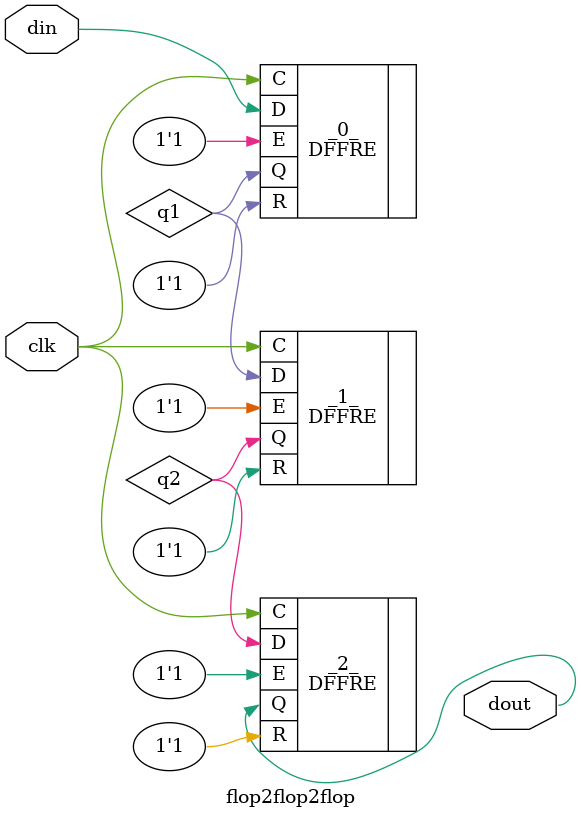
<source format=v>
/* Generated by Yosys 0.18+10 (git sha1 9ae216287, gcc 11.1.0-1ubuntu1~20.04 -fPIC -Os) */

module flop2flop2flop(din, dout, clk);
  input clk;
  input din;
  output dout;
  (* src = "flop2flop2flop.v:14.7-14.10" *)
  (* src = "flop2flop2flop.v:14.7-14.10" *)
  wire clk;
  (* src = "flop2flop2flop.v:13.7-13.10" *)
  (* src = "flop2flop2flop.v:13.7-13.10" *)
  wire din;
  (* keep = 32'h00000001 *)
  (* src = "flop2flop2flop.v:15.12-15.16" *)
  (* keep = 32'h00000001 *)
  (* src = "flop2flop2flop.v:15.12-15.16" *)
  wire dout;
  (* keep = 32'h00000001 *)
  (* src = "flop2flop2flop.v:17.5-17.7" *)
  wire q1;
  (* keep = 32'h00000001 *)
  (* src = "flop2flop2flop.v:18.8-18.10" *)
  wire q2;
  (* module_not_derived = 32'h00000001 *)
  (* src = "/nfs_scratch/scratch/eda/behzad/ii/yosys_verific_rs/yosys/install/bin/../share/yosys/rapidsilicon/genesis3/ffs_map.v:10.11-10.70" *)
  DFFRE _0_ (
    .C(clk),
    .D(din),
    .E(1'h1),
    .Q(q1),
    .R(1'h1)
  );
  (* module_not_derived = 32'h00000001 *)
  (* src = "/nfs_scratch/scratch/eda/behzad/ii/yosys_verific_rs/yosys/install/bin/../share/yosys/rapidsilicon/genesis3/ffs_map.v:10.11-10.70" *)
  DFFRE _1_ (
    .C(clk),
    .D(q1),
    .E(1'h1),
    .Q(q2),
    .R(1'h1)
  );
  (* module_not_derived = 32'h00000001 *)
  (* src = "/nfs_scratch/scratch/eda/behzad/ii/yosys_verific_rs/yosys/install/bin/../share/yosys/rapidsilicon/genesis3/ffs_map.v:10.11-10.70" *)
  DFFRE _2_ (
    .C(clk),
    .D(q2),
    .E(1'h1),
    .Q(dout),
    .R(1'h1)
  );
endmodule

</source>
